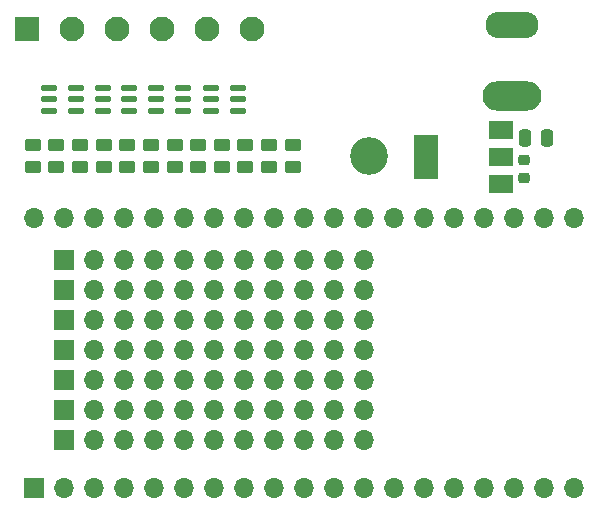
<source format=gbr>
%TF.GenerationSoftware,KiCad,Pcbnew,(6.0.0)*%
%TF.CreationDate,2022-01-03T21:24:03+08:00*%
%TF.ProjectId,NodeMCU-32S-RGBWA-LED-driver,4e6f6465-4d43-4552-9d33-32532d524742,1*%
%TF.SameCoordinates,PX68d6610PY3c42a2c*%
%TF.FileFunction,Soldermask,Top*%
%TF.FilePolarity,Negative*%
%FSLAX46Y46*%
G04 Gerber Fmt 4.6, Leading zero omitted, Abs format (unit mm)*
G04 Created by KiCad (PCBNEW (6.0.0)) date 2022-01-03 21:24:03*
%MOMM*%
%LPD*%
G01*
G04 APERTURE LIST*
G04 Aperture macros list*
%AMRoundRect*
0 Rectangle with rounded corners*
0 $1 Rounding radius*
0 $2 $3 $4 $5 $6 $7 $8 $9 X,Y pos of 4 corners*
0 Add a 4 corners polygon primitive as box body*
4,1,4,$2,$3,$4,$5,$6,$7,$8,$9,$2,$3,0*
0 Add four circle primitives for the rounded corners*
1,1,$1+$1,$2,$3*
1,1,$1+$1,$4,$5*
1,1,$1+$1,$6,$7*
1,1,$1+$1,$8,$9*
0 Add four rect primitives between the rounded corners*
20,1,$1+$1,$2,$3,$4,$5,0*
20,1,$1+$1,$4,$5,$6,$7,0*
20,1,$1+$1,$6,$7,$8,$9,0*
20,1,$1+$1,$8,$9,$2,$3,0*%
G04 Aperture macros list end*
%ADD10R,1.700000X1.700000*%
%ADD11O,1.700000X1.700000*%
%ADD12RoundRect,0.250000X0.450000X-0.262500X0.450000X0.262500X-0.450000X0.262500X-0.450000X-0.262500X0*%
%ADD13C,3.200000*%
%ADD14R,2.000000X3.800000*%
%ADD15R,2.000000X1.500000*%
%ADD16RoundRect,0.125000X-0.587500X-0.125000X0.587500X-0.125000X0.587500X0.125000X-0.587500X0.125000X0*%
%ADD17R,2.100000X2.100000*%
%ADD18C,2.100000*%
%ADD19RoundRect,0.225000X-0.250000X0.225000X-0.250000X-0.225000X0.250000X-0.225000X0.250000X0.225000X0*%
%ADD20RoundRect,0.250000X-0.250000X-0.475000X0.250000X-0.475000X0.250000X0.475000X-0.250000X0.475000X0*%
%ADD21O,5.000000X2.500000*%
%ADD22O,4.500000X2.250000*%
G04 APERTURE END LIST*
D10*
%TO.C,J9*%
X5450000Y-27582500D03*
D11*
X7990000Y-27582500D03*
X10530000Y-27582500D03*
X13070000Y-27582500D03*
X15610000Y-27582500D03*
X18150000Y-27582500D03*
X20690000Y-27582500D03*
X23230000Y-27582500D03*
X25770000Y-27582500D03*
X28310000Y-27582500D03*
X30850000Y-27582500D03*
%TD*%
%TO.C,J8*%
X30850000Y-30122500D03*
X28310000Y-30122500D03*
X25770000Y-30122500D03*
X23230000Y-30122500D03*
X20690000Y-30122500D03*
X18150000Y-30122500D03*
X15610000Y-30122500D03*
X13070000Y-30122500D03*
X10530000Y-30122500D03*
X7990000Y-30122500D03*
D10*
X5450000Y-30122500D03*
%TD*%
D11*
%TO.C,J7*%
X30850000Y-32662500D03*
X28310000Y-32662500D03*
X25770000Y-32662500D03*
X23230000Y-32662500D03*
X20690000Y-32662500D03*
X18150000Y-32662500D03*
X15610000Y-32662500D03*
X13070000Y-32662500D03*
X10530000Y-32662500D03*
X7990000Y-32662500D03*
D10*
X5450000Y-32662500D03*
%TD*%
D11*
%TO.C,J6*%
X30850000Y-35202500D03*
X28310000Y-35202500D03*
X25770000Y-35202500D03*
X23230000Y-35202500D03*
X20690000Y-35202500D03*
X18150000Y-35202500D03*
X15610000Y-35202500D03*
X13070000Y-35202500D03*
X10530000Y-35202500D03*
X7990000Y-35202500D03*
D10*
X5450000Y-35202500D03*
%TD*%
D11*
%TO.C,J5*%
X30850000Y-37742500D03*
X28310000Y-37742500D03*
X25770000Y-37742500D03*
X23230000Y-37742500D03*
X20690000Y-37742500D03*
X18150000Y-37742500D03*
X15610000Y-37742500D03*
X13070000Y-37742500D03*
X10530000Y-37742500D03*
X7990000Y-37742500D03*
D10*
X5450000Y-37742500D03*
%TD*%
D11*
%TO.C,J4*%
X30850000Y-40282500D03*
X28310000Y-40282500D03*
X25770000Y-40282500D03*
X23230000Y-40282500D03*
X20690000Y-40282500D03*
X18150000Y-40282500D03*
X15610000Y-40282500D03*
X13070000Y-40282500D03*
X10530000Y-40282500D03*
X7990000Y-40282500D03*
D10*
X5450000Y-40282500D03*
%TD*%
D11*
%TO.C,J3*%
X30850000Y-42822500D03*
X28310000Y-42822500D03*
X25770000Y-42822500D03*
X23230000Y-42822500D03*
X20690000Y-42822500D03*
X18150000Y-42822500D03*
X15610000Y-42822500D03*
X13070000Y-42822500D03*
X10530000Y-42822500D03*
X7990000Y-42822500D03*
D10*
X5450000Y-42822500D03*
%TD*%
%TO.C,U1*%
X2910000Y-46842500D03*
D11*
X5450000Y-46842500D03*
X7990000Y-46842500D03*
X10530000Y-46842500D03*
X13070000Y-46842500D03*
X15610000Y-46842500D03*
X18150000Y-46842500D03*
X20690000Y-46842500D03*
X23230000Y-46842500D03*
X25770000Y-46842500D03*
X28310000Y-46842500D03*
X30850000Y-46842500D03*
X33390000Y-46842500D03*
X35930000Y-46842500D03*
X38470000Y-46842500D03*
X41010000Y-46842500D03*
X43550000Y-46842500D03*
X46090000Y-46842500D03*
X48630000Y-46842500D03*
X48630000Y-23982500D03*
X46090000Y-23982500D03*
X43550000Y-23982500D03*
X41010000Y-23982500D03*
X38470000Y-23982500D03*
X35930000Y-23982500D03*
X33390000Y-23982500D03*
X30850000Y-23982500D03*
X28310000Y-23982500D03*
X25770000Y-23982500D03*
X23230000Y-23982500D03*
X20690000Y-23982500D03*
X18150000Y-23982500D03*
X15610000Y-23982500D03*
X13070000Y-23982500D03*
X10530000Y-23982500D03*
X7990000Y-23982500D03*
X5450000Y-23982500D03*
X2910000Y-23982500D03*
%TD*%
D12*
%TO.C,R6*%
X12820000Y-19675000D03*
X12820000Y-17850000D03*
%TD*%
%TO.C,R12*%
X20820000Y-19675000D03*
X20820000Y-17850000D03*
%TD*%
%TO.C,R2*%
X10820000Y-19675000D03*
X10820000Y-17850000D03*
%TD*%
%TO.C,R7*%
X18820000Y-19675000D03*
X18820000Y-17850000D03*
%TD*%
D13*
%TO.C,REF\u002A\u002A*%
X31270000Y-18712500D03*
%TD*%
D14*
%TO.C,U2*%
X36120000Y-18862500D03*
D15*
X42420000Y-18862500D03*
X42420000Y-16562500D03*
X42420000Y-21162500D03*
%TD*%
D12*
%TO.C,R5*%
X2820000Y-19675000D03*
X2820000Y-17850000D03*
%TD*%
%TO.C,R4*%
X22820000Y-19675000D03*
X22820000Y-17850000D03*
%TD*%
%TO.C,R3*%
X16820000Y-19675000D03*
X16820000Y-17850000D03*
%TD*%
D16*
%TO.C,Q1*%
X4182500Y-13012500D03*
X6457500Y-13962500D03*
X6457500Y-13012500D03*
X4182500Y-13962500D03*
X4182500Y-14912500D03*
X6457500Y-14912500D03*
%TD*%
D12*
%TO.C,R9*%
X6820000Y-19675000D03*
X6820000Y-17850000D03*
%TD*%
D16*
%TO.C,Q2*%
X8732500Y-13012500D03*
X11007500Y-13962500D03*
X11007500Y-13012500D03*
X8732500Y-13962500D03*
X8732500Y-14912500D03*
X11007500Y-14912500D03*
%TD*%
%TO.C,Q4*%
X17882500Y-13012500D03*
X20157500Y-13962500D03*
X20157500Y-13012500D03*
X17882500Y-13962500D03*
X17882500Y-14912500D03*
X20157500Y-14912500D03*
%TD*%
D17*
%TO.C,J2*%
X2300000Y-8000000D03*
D18*
X6110000Y-8000000D03*
X9920000Y-8000000D03*
X13730000Y-8000000D03*
X17540000Y-8000000D03*
X21350000Y-8000000D03*
%TD*%
D12*
%TO.C,R10*%
X8820000Y-19675000D03*
X8820000Y-17850000D03*
%TD*%
%TO.C,R8*%
X24820000Y-19675000D03*
X24820000Y-17850000D03*
%TD*%
D19*
%TO.C,C2*%
X44420000Y-19087500D03*
X44420000Y-20637500D03*
%TD*%
D16*
%TO.C,Q3*%
X13282500Y-13012500D03*
X15557500Y-13962500D03*
X15557500Y-13012500D03*
X13282500Y-13962500D03*
X13282500Y-14912500D03*
X15557500Y-14912500D03*
%TD*%
D20*
%TO.C,C1*%
X44470000Y-17262500D03*
X46370000Y-17262500D03*
%TD*%
D12*
%TO.C,R1*%
X4820000Y-19675000D03*
X4820000Y-17850000D03*
%TD*%
%TO.C,R11*%
X14820000Y-19675000D03*
X14820000Y-17850000D03*
%TD*%
D21*
%TO.C,J1*%
X43370000Y-13650000D03*
D22*
X43370000Y-7650000D03*
%TD*%
M02*

</source>
